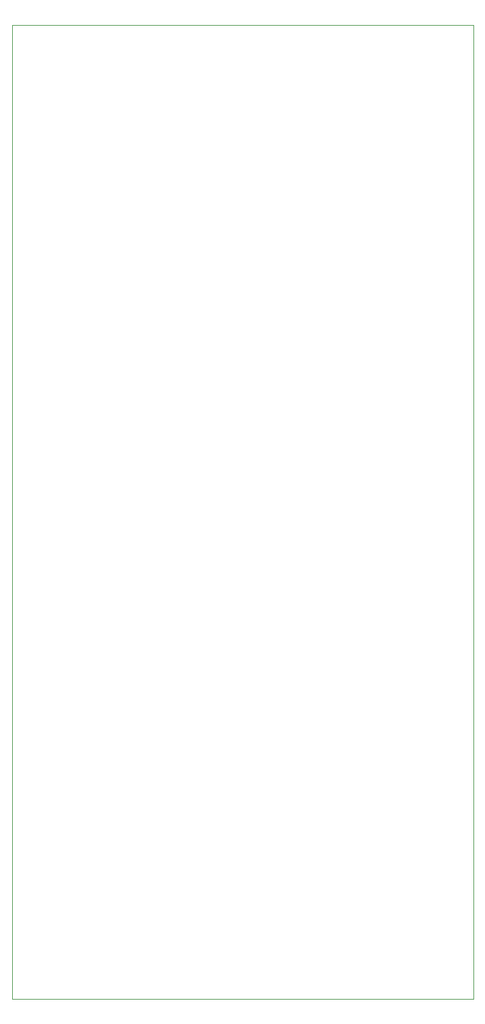
<source format=gbr>
%TF.GenerationSoftware,KiCad,Pcbnew,8.0.0*%
%TF.CreationDate,2024-05-14T17:12:12+02:00*%
%TF.ProjectId,VCO-3340-panel,56434f2d-3333-4343-902d-70616e656c2e,rev?*%
%TF.SameCoordinates,Original*%
%TF.FileFunction,Profile,NP*%
%FSLAX46Y46*%
G04 Gerber Fmt 4.6, Leading zero omitted, Abs format (unit mm)*
G04 Created by KiCad (PCBNEW 8.0.0) date 2024-05-14 17:12:12*
%MOMM*%
%LPD*%
G01*
G04 APERTURE LIST*
%TA.AperFunction,Profile*%
%ADD10C,0.100000*%
%TD*%
G04 APERTURE END LIST*
D10*
X76640600Y-30205500D02*
X137600600Y-30205500D01*
X137600600Y-158705500D01*
X76640600Y-158705500D01*
X76640600Y-30205500D01*
M02*

</source>
